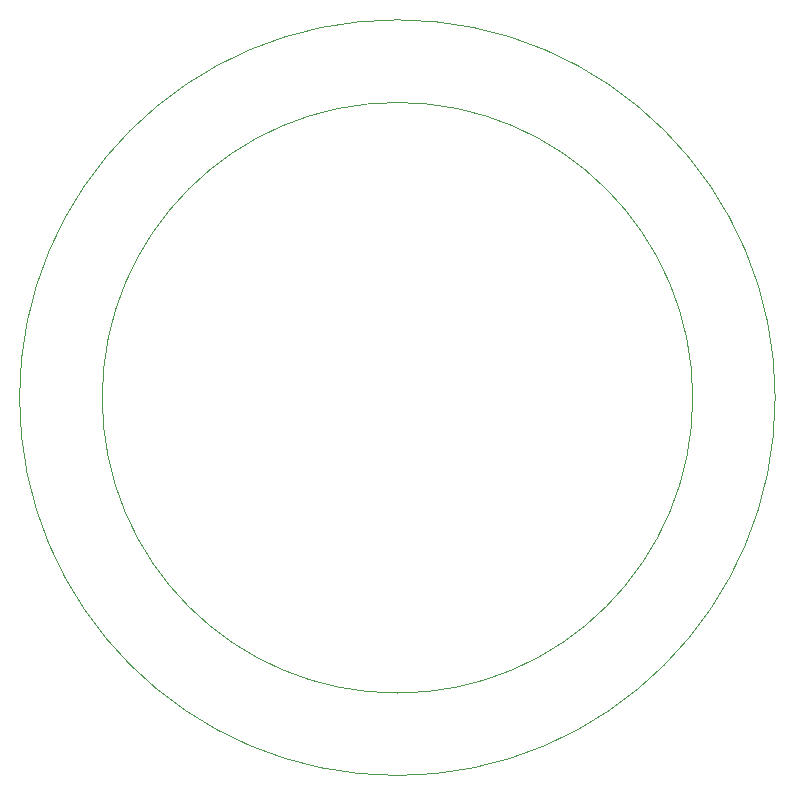
<source format=gbr>
%TF.GenerationSoftware,KiCad,Pcbnew,9.0.5*%
%TF.CreationDate,2025-12-07T22:18:13-05:00*%
%TF.ProjectId,LED_PCB,4c45445f-5043-4422-9e6b-696361645f70,rev?*%
%TF.SameCoordinates,Original*%
%TF.FileFunction,Profile,NP*%
%FSLAX46Y46*%
G04 Gerber Fmt 4.6, Leading zero omitted, Abs format (unit mm)*
G04 Created by KiCad (PCBNEW 9.0.5) date 2025-12-07 22:18:13*
%MOMM*%
%LPD*%
G01*
G04 APERTURE LIST*
%TA.AperFunction,Profile*%
%ADD10C,0.100000*%
%TD*%
G04 APERTURE END LIST*
D10*
X171980000Y-99990000D02*
G75*
G02*
X108000000Y-99990000I-31990000J0D01*
G01*
X108000000Y-99990000D02*
G75*
G02*
X171980000Y-99990000I31990000J0D01*
G01*
X165000002Y-100000000D02*
G75*
G02*
X114999998Y-100000000I-25000002J0D01*
G01*
X114999998Y-100000000D02*
G75*
G02*
X165000002Y-100000000I25000002J0D01*
G01*
M02*

</source>
